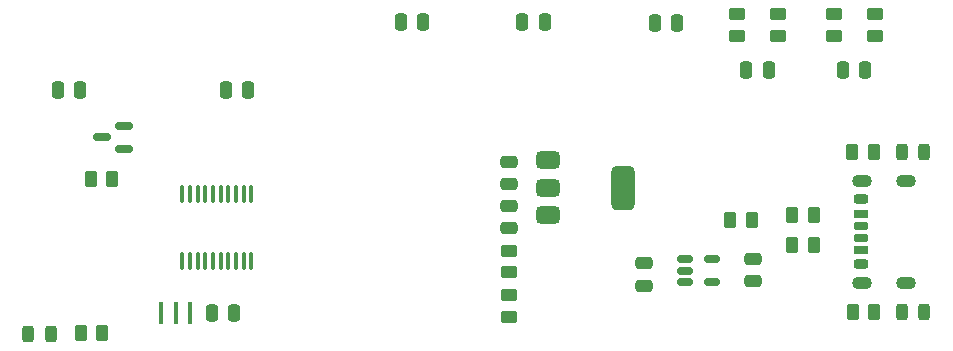
<source format=gbr>
%TF.GenerationSoftware,KiCad,Pcbnew,9.0.0*%
%TF.CreationDate,2025-03-25T21:18:25-04:00*%
%TF.ProjectId,interrupter,696e7465-7272-4757-9074-65722e6b6963,rev?*%
%TF.SameCoordinates,Original*%
%TF.FileFunction,Paste,Top*%
%TF.FilePolarity,Positive*%
%FSLAX46Y46*%
G04 Gerber Fmt 4.6, Leading zero omitted, Abs format (unit mm)*
G04 Created by KiCad (PCBNEW 9.0.0) date 2025-03-25 21:18:25*
%MOMM*%
%LPD*%
G01*
G04 APERTURE LIST*
G04 Aperture macros list*
%AMRoundRect*
0 Rectangle with rounded corners*
0 $1 Rounding radius*
0 $2 $3 $4 $5 $6 $7 $8 $9 X,Y pos of 4 corners*
0 Add a 4 corners polygon primitive as box body*
4,1,4,$2,$3,$4,$5,$6,$7,$8,$9,$2,$3,0*
0 Add four circle primitives for the rounded corners*
1,1,$1+$1,$2,$3*
1,1,$1+$1,$4,$5*
1,1,$1+$1,$6,$7*
1,1,$1+$1,$8,$9*
0 Add four rect primitives between the rounded corners*
20,1,$1+$1,$2,$3,$4,$5,0*
20,1,$1+$1,$4,$5,$6,$7,0*
20,1,$1+$1,$6,$7,$8,$9,0*
20,1,$1+$1,$8,$9,$2,$3,0*%
G04 Aperture macros list end*
%ADD10R,0.400000X1.900000*%
%ADD11RoundRect,0.250000X0.450000X-0.262500X0.450000X0.262500X-0.450000X0.262500X-0.450000X-0.262500X0*%
%ADD12RoundRect,0.250000X0.475000X-0.250000X0.475000X0.250000X-0.475000X0.250000X-0.475000X-0.250000X0*%
%ADD13RoundRect,0.250000X-0.250000X-0.475000X0.250000X-0.475000X0.250000X0.475000X-0.250000X0.475000X0*%
%ADD14RoundRect,0.250000X-0.450000X0.262500X-0.450000X-0.262500X0.450000X-0.262500X0.450000X0.262500X0*%
%ADD15RoundRect,0.250000X0.262500X0.450000X-0.262500X0.450000X-0.262500X-0.450000X0.262500X-0.450000X0*%
%ADD16RoundRect,0.250000X0.250000X0.475000X-0.250000X0.475000X-0.250000X-0.475000X0.250000X-0.475000X0*%
%ADD17RoundRect,0.250000X-0.262500X-0.450000X0.262500X-0.450000X0.262500X0.450000X-0.262500X0.450000X0*%
%ADD18RoundRect,0.150000X-0.512500X-0.150000X0.512500X-0.150000X0.512500X0.150000X-0.512500X0.150000X0*%
%ADD19RoundRect,0.243750X-0.243750X-0.456250X0.243750X-0.456250X0.243750X0.456250X-0.243750X0.456250X0*%
%ADD20RoundRect,0.100000X0.100000X-0.637500X0.100000X0.637500X-0.100000X0.637500X-0.100000X-0.637500X0*%
%ADD21RoundRect,0.150000X0.587500X0.150000X-0.587500X0.150000X-0.587500X-0.150000X0.587500X-0.150000X0*%
%ADD22RoundRect,0.175000X0.425000X-0.175000X0.425000X0.175000X-0.425000X0.175000X-0.425000X-0.175000X0*%
%ADD23RoundRect,0.190000X-0.410000X0.190000X-0.410000X-0.190000X0.410000X-0.190000X0.410000X0.190000X0*%
%ADD24RoundRect,0.200000X-0.400000X0.200000X-0.400000X-0.200000X0.400000X-0.200000X0.400000X0.200000X0*%
%ADD25RoundRect,0.175000X-0.425000X0.175000X-0.425000X-0.175000X0.425000X-0.175000X0.425000X0.175000X0*%
%ADD26RoundRect,0.190000X0.410000X-0.190000X0.410000X0.190000X-0.410000X0.190000X-0.410000X-0.190000X0*%
%ADD27RoundRect,0.200000X0.400000X-0.200000X0.400000X0.200000X-0.400000X0.200000X-0.400000X-0.200000X0*%
%ADD28O,1.700000X1.100000*%
%ADD29RoundRect,0.375000X-0.625000X-0.375000X0.625000X-0.375000X0.625000X0.375000X-0.625000X0.375000X0*%
%ADD30RoundRect,0.500000X-0.500000X-1.400000X0.500000X-1.400000X0.500000X1.400000X-0.500000X1.400000X0*%
%ADD31RoundRect,0.243750X0.243750X0.456250X-0.243750X0.456250X-0.243750X-0.456250X0.243750X-0.456250X0*%
G04 APERTURE END LIST*
D10*
%TO.C,Y1*%
X201325000Y-112887500D03*
X202525000Y-112887500D03*
X203725000Y-112887500D03*
%TD*%
D11*
%TO.C,R8*%
X253540000Y-89412500D03*
X253540000Y-87587500D03*
%TD*%
D12*
%TO.C,C2*%
X251407500Y-110182500D03*
X251407500Y-108282500D03*
%TD*%
D13*
%TO.C,C4*%
X205575000Y-112887500D03*
X207475000Y-112887500D03*
%TD*%
D14*
%TO.C,R9*%
X250040000Y-87587500D03*
X250040000Y-89412500D03*
%TD*%
D13*
%TO.C,C10*%
X243090000Y-88330000D03*
X244990000Y-88330000D03*
%TD*%
D15*
%TO.C,R12*%
X261690000Y-112795000D03*
X259865000Y-112795000D03*
%TD*%
%TO.C,R3*%
X251320000Y-104982500D03*
X249495000Y-104982500D03*
%TD*%
%TO.C,R4*%
X256570000Y-104570000D03*
X254745000Y-104570000D03*
%TD*%
D16*
%TO.C,C12*%
X194450000Y-94000000D03*
X192550000Y-94000000D03*
%TD*%
D17*
%TO.C,R1*%
X195337500Y-101500000D03*
X197162500Y-101500000D03*
%TD*%
D13*
%TO.C,C9*%
X231880000Y-88250000D03*
X233780000Y-88250000D03*
%TD*%
D14*
%TO.C,R7*%
X230750000Y-107587500D03*
X230750000Y-109412500D03*
%TD*%
D18*
%TO.C,U4*%
X245657500Y-108332500D03*
X245657500Y-109282500D03*
X245657500Y-110232500D03*
X247932500Y-110232500D03*
X247932500Y-108332500D03*
%TD*%
D17*
%TO.C,R13*%
X194510000Y-114537500D03*
X196335000Y-114537500D03*
%TD*%
D15*
%TO.C,R5*%
X256570000Y-107070000D03*
X254745000Y-107070000D03*
%TD*%
D13*
%TO.C,C7*%
X259040000Y-92250000D03*
X260940000Y-92250000D03*
%TD*%
D12*
%TO.C,C3*%
X230750000Y-101950000D03*
X230750000Y-100050000D03*
%TD*%
D14*
%TO.C,R6*%
X230750000Y-111337500D03*
X230750000Y-113162500D03*
%TD*%
%TO.C,R11*%
X258290000Y-87587500D03*
X258290000Y-89412500D03*
%TD*%
D19*
%TO.C,D1*%
X264062500Y-99250000D03*
X265937500Y-99250000D03*
%TD*%
D13*
%TO.C,C6*%
X250840000Y-92250000D03*
X252740000Y-92250000D03*
%TD*%
D20*
%TO.C,U2*%
X203100000Y-108500000D03*
X203750000Y-108500000D03*
X204400000Y-108500000D03*
X205050000Y-108500000D03*
X205700000Y-108500000D03*
X206350000Y-108500000D03*
X207000000Y-108500000D03*
X207650000Y-108500000D03*
X208300000Y-108500000D03*
X208950000Y-108500000D03*
X208950000Y-102775000D03*
X208300000Y-102775000D03*
X207650000Y-102775000D03*
X207000000Y-102775000D03*
X206350000Y-102775000D03*
X205700000Y-102775000D03*
X205050000Y-102775000D03*
X204400000Y-102775000D03*
X203750000Y-102775000D03*
X203100000Y-102775000D03*
%TD*%
D15*
%TO.C,R2*%
X261662500Y-99250000D03*
X259837500Y-99250000D03*
%TD*%
D16*
%TO.C,C11*%
X208700000Y-94000000D03*
X206800000Y-94000000D03*
%TD*%
D21*
%TO.C,Q1*%
X198187500Y-98950000D03*
X198187500Y-97050000D03*
X196312500Y-98000000D03*
%TD*%
D22*
%TO.C,J5*%
X260527500Y-106500000D03*
D23*
X260527500Y-104480000D03*
D24*
X260527500Y-103250000D03*
D25*
X260527500Y-105500000D03*
D26*
X260527500Y-107520000D03*
D27*
X260527500Y-108750000D03*
D28*
X260607500Y-110320000D03*
X264407500Y-110320000D03*
X260607500Y-101680000D03*
X264407500Y-101680000D03*
%TD*%
D12*
%TO.C,C5*%
X230750000Y-105700000D03*
X230750000Y-103800000D03*
%TD*%
D11*
%TO.C,R10*%
X261790000Y-89412500D03*
X261790000Y-87587500D03*
%TD*%
D29*
%TO.C,U1*%
X234100000Y-99950000D03*
X234100000Y-102250000D03*
D30*
X240400000Y-102250000D03*
D29*
X234100000Y-104550000D03*
%TD*%
D19*
%TO.C,D3*%
X190075000Y-114672500D03*
X191950000Y-114672500D03*
%TD*%
D12*
%TO.C,C1*%
X242157500Y-110570000D03*
X242157500Y-108670000D03*
%TD*%
D31*
%TO.C,D2*%
X265937500Y-112750000D03*
X264062500Y-112750000D03*
%TD*%
D13*
%TO.C,C8*%
X221590000Y-88250000D03*
X223490000Y-88250000D03*
%TD*%
M02*

</source>
